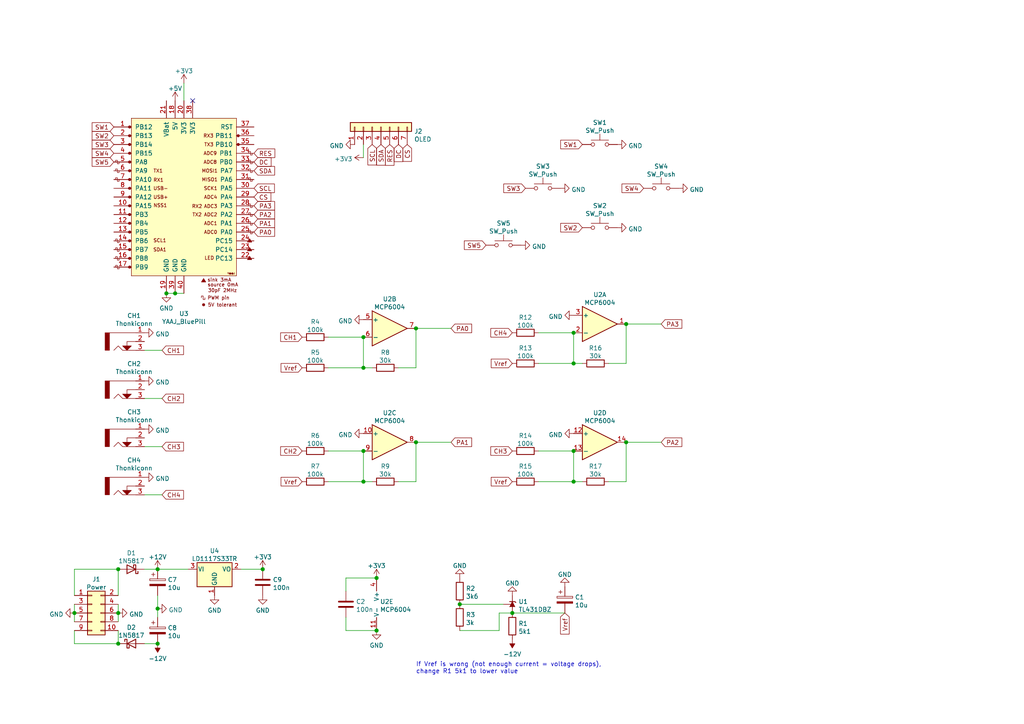
<source format=kicad_sch>
(kicad_sch (version 20210126) (generator eeschema)
  (paper "A4")
  (lib_symbols
    (symbol "Amplifier_Operational:MCP6004" (pin_names (offset 0.127))
      (property "Reference" "U" (at 0 5.08 0))
      (property "Value" "MCP6004" (at 0 -5.08 0))
      (symbol "MCP6004_1_1"
        (polyline (pts (xy -5.08 5.08) (xy 5.08 0) (xy -5.08 -5.08) (xy -5.08 5.08)) (stroke (width 0.254)) (fill (type background)))
        (pin output line (at 7.62 0 180) (length 2.54) (name "~") (number "1"))
        (pin input line (at -7.62 -2.54 0) (length 2.54) (name "-") (number "2"))
        (pin input line (at -7.62 2.54 0) (length 2.54) (name "+") (number "3"))
      )
      (symbol "MCP6004_2_1"
        (polyline (pts (xy -5.08 5.08) (xy 5.08 0) (xy -5.08 -5.08) (xy -5.08 5.08)) (stroke (width 0.254)) (fill (type background)))
        (pin input line (at -7.62 2.54 0) (length 2.54) (name "+") (number "5"))
        (pin input line (at -7.62 -2.54 0) (length 2.54) (name "-") (number "6"))
        (pin output line (at 7.62 0 180) (length 2.54) (name "~") (number "7"))
      )
      (symbol "MCP6004_3_1"
        (polyline (pts (xy -5.08 5.08) (xy 5.08 0) (xy -5.08 -5.08) (xy -5.08 5.08)) (stroke (width 0.254)) (fill (type background)))
        (pin input line (at -7.62 2.54 0) (length 2.54) (name "+") (number "10"))
        (pin output line (at 7.62 0 180) (length 2.54) (name "~") (number "8"))
        (pin input line (at -7.62 -2.54 0) (length 2.54) (name "-") (number "9"))
      )
      (symbol "MCP6004_4_1"
        (polyline (pts (xy -5.08 5.08) (xy 5.08 0) (xy -5.08 -5.08) (xy -5.08 5.08)) (stroke (width 0.254)) (fill (type background)))
        (pin input line (at -7.62 2.54 0) (length 2.54) (name "+") (number "12"))
        (pin input line (at -7.62 -2.54 0) (length 2.54) (name "-") (number "13"))
        (pin output line (at 7.62 0 180) (length 2.54) (name "~") (number "14"))
      )
      (symbol "MCP6004_5_1"
        (pin power_in line (at -2.54 -7.62 90) (length 3.81) (name "V-") (number "11"))
        (pin power_in line (at -2.54 7.62 270) (length 3.81) (name "V+") (number "4"))
      )
    )
    (symbol "Connector_Generic:Conn_01x07" (pin_names (offset 1.016) hide)
      (property "Reference" "J" (at 0 10.16 0))
      (property "Value" "Conn_01x07" (at 0 -10.16 0))
      (symbol "Conn_01x07_1_1"
        (rectangle (start -1.27 -7.493) (end 0 -7.747) (stroke (width 0.1524)))
        (rectangle (start -1.27 -4.953) (end 0 -5.207) (stroke (width 0.1524)))
        (rectangle (start -1.27 -2.413) (end 0 -2.667) (stroke (width 0.1524)))
        (rectangle (start -1.27 0.127) (end 0 -0.127) (stroke (width 0.1524)))
        (rectangle (start -1.27 2.667) (end 0 2.413) (stroke (width 0.1524)))
        (rectangle (start -1.27 5.207) (end 0 4.953) (stroke (width 0.1524)))
        (rectangle (start -1.27 7.747) (end 0 7.493) (stroke (width 0.1524)))
        (rectangle (start -1.27 8.89) (end 1.27 -8.89) (stroke (width 0.254)) (fill (type background)))
        (pin passive line (at -5.08 7.62 0) (length 3.81) (name "Pin_1") (number "1"))
        (pin passive line (at -5.08 5.08 0) (length 3.81) (name "Pin_2") (number "2"))
        (pin passive line (at -5.08 2.54 0) (length 3.81) (name "Pin_3") (number "3"))
        (pin passive line (at -5.08 0 0) (length 3.81) (name "Pin_4") (number "4"))
        (pin passive line (at -5.08 -2.54 0) (length 3.81) (name "Pin_5") (number "5"))
        (pin passive line (at -5.08 -5.08 0) (length 3.81) (name "Pin_6") (number "6"))
        (pin passive line (at -5.08 -7.62 0) (length 3.81) (name "Pin_7") (number "7"))
      )
    )
    (symbol "Connector_Generic:Conn_02x05_Odd_Even" (pin_names (offset 1.016) hide)
      (property "Reference" "J" (at 1.27 7.62 0))
      (property "Value" "Conn_02x05_Odd_Even" (at 1.27 -7.62 0))
      (symbol "Conn_02x05_Odd_Even_1_1"
        (rectangle (start -1.27 -4.953) (end 0 -5.207) (stroke (width 0.1524)))
        (rectangle (start -1.27 -2.413) (end 0 -2.667) (stroke (width 0.1524)))
        (rectangle (start -1.27 0.127) (end 0 -0.127) (stroke (width 0.1524)))
        (rectangle (start -1.27 2.667) (end 0 2.413) (stroke (width 0.1524)))
        (rectangle (start -1.27 5.207) (end 0 4.953) (stroke (width 0.1524)))
        (rectangle (start 3.81 -4.953) (end 2.54 -5.207) (stroke (width 0.1524)))
        (rectangle (start 3.81 -2.413) (end 2.54 -2.667) (stroke (width 0.1524)))
        (rectangle (start 3.81 0.127) (end 2.54 -0.127) (stroke (width 0.1524)))
        (rectangle (start 3.81 2.667) (end 2.54 2.413) (stroke (width 0.1524)))
        (rectangle (start 3.81 5.207) (end 2.54 4.953) (stroke (width 0.1524)))
        (rectangle (start -1.27 6.35) (end 3.81 -6.35) (stroke (width 0.254)) (fill (type background)))
        (pin passive line (at -5.08 5.08 0) (length 3.81) (name "Pin_1") (number "1"))
        (pin passive line (at 7.62 -5.08 180) (length 3.81) (name "Pin_10") (number "10"))
        (pin passive line (at 7.62 5.08 180) (length 3.81) (name "Pin_2") (number "2"))
        (pin passive line (at -5.08 2.54 0) (length 3.81) (name "Pin_3") (number "3"))
        (pin passive line (at 7.62 2.54 180) (length 3.81) (name "Pin_4") (number "4"))
        (pin passive line (at -5.08 0 0) (length 3.81) (name "Pin_5") (number "5"))
        (pin passive line (at 7.62 0 180) (length 3.81) (name "Pin_6") (number "6"))
        (pin passive line (at -5.08 -2.54 0) (length 3.81) (name "Pin_7") (number "7"))
        (pin passive line (at 7.62 -2.54 180) (length 3.81) (name "Pin_8") (number "8"))
        (pin passive line (at -5.08 -5.08 0) (length 3.81) (name "Pin_9") (number "9"))
      )
    )
    (symbol "Device:C" (pin_numbers hide) (pin_names (offset 0.254))
      (property "Reference" "C" (at 0.635 2.54 0))
      (property "Value" "C" (at 0.635 -2.54 0))
      (symbol "C_0_1"
        (polyline (pts (xy -2.032 -0.762) (xy 2.032 -0.762)) (stroke (width 0.508)))
        (polyline (pts (xy -2.032 0.762) (xy 2.032 0.762)) (stroke (width 0.508)))
      )
      (symbol "C_1_1"
        (pin passive line (at 0 3.81 270) (length 2.794) (name "~") (number "1"))
        (pin passive line (at 0 -3.81 90) (length 2.794) (name "~") (number "2"))
      )
    )
    (symbol "Device:C_Polarized" (pin_numbers hide) (pin_names (offset 0.254))
      (property "Reference" "C" (at 0.635 2.54 0))
      (property "Value" "C_Polarized" (at 0.635 -2.54 0))
      (symbol "C_Polarized_0_1"
        (rectangle (start -2.286 0.508) (end 2.286 1.016))
        (rectangle (start 2.286 -0.508) (end -2.286 -1.016) (fill (type outline)))
        (polyline (pts (xy -1.778 2.286) (xy -0.762 2.286)))
        (polyline (pts (xy -1.27 2.794) (xy -1.27 1.778)))
      )
      (symbol "C_Polarized_1_1"
        (pin passive line (at 0 3.81 270) (length 2.794) (name "~") (number "1"))
        (pin passive line (at 0 -3.81 90) (length 2.794) (name "~") (number "2"))
      )
    )
    (symbol "Device:R" (pin_numbers hide) (pin_names (offset 0))
      (property "Reference" "R" (at 2.032 0 90))
      (property "Value" "R" (at 0 0 90))
      (symbol "R_0_1"
        (rectangle (start -1.016 -2.54) (end 1.016 2.54) (stroke (width 0.254)))
      )
      (symbol "R_1_1"
        (pin passive line (at 0 3.81 270) (length 1.27) (name "~") (number "1"))
        (pin passive line (at 0 -3.81 90) (length 1.27) (name "~") (number "2"))
      )
    )
    (symbol "Diode:1N5817" (pin_numbers hide) (pin_names (offset 1.016) hide)
      (property "Reference" "D" (at 0 2.54 0))
      (property "Value" "1N5817" (at 0 -2.54 0))
      (symbol "1N5817_0_1"
        (polyline (pts (xy 1.27 0) (xy -1.27 0)))
        (polyline (pts (xy 1.27 1.27) (xy 1.27 -1.27) (xy -1.27 0) (xy 1.27 1.27)) (stroke (width 0.254)))
        (polyline (pts (xy -1.905 0.635) (xy -1.905 1.27) (xy -1.27 1.27) (xy -1.27 -1.27) (xy -0.635 -1.27) (xy -0.635 -0.635)) (stroke (width 0.254)))
      )
      (symbol "1N5817_1_1"
        (pin passive line (at -3.81 0 0) (length 2.54) (name "K") (number "1"))
        (pin passive line (at 3.81 0 180) (length 2.54) (name "A") (number "2"))
      )
    )
    (symbol "Reference_Voltage:TL431DBZ" (pin_numbers hide) (pin_names hide)
      (property "Reference" "U" (at -2.54 2.54 0))
      (property "Value" "TL431DBZ" (at 0 -2.54 0))
      (symbol "TL431DBZ_0_1"
        (polyline (pts (xy -1.27 0) (xy 0 0) (xy 1.27 0)))
        (polyline (pts (xy 0.508 -1.016) (xy 0.762 -0.762) (xy 0.762 0.762) (xy 0.762 0.762)) (stroke (width 0.254)))
        (polyline (pts (xy -0.762 0.762) (xy 0.762 0) (xy -0.762 -0.762)) (fill (type outline)))
      )
      (symbol "TL431DBZ_1_1"
        (pin passive line (at 2.54 0 180) (length 2.54) (name "K") (number "1"))
        (pin passive line (at 0 2.54 270) (length 2.54) (name "REF") (number "2"))
        (pin passive line (at -2.54 0 0) (length 2.54) (name "A") (number "3"))
      )
    )
    (symbol "Regulator_Linear:LD1117S33TR_SOT223" (pin_names (offset 0.254))
      (property "Reference" "U" (at -3.81 3.175 0))
      (property "Value" "LD1117S33TR_SOT223" (at 0 3.175 0))
      (symbol "LD1117S33TR_SOT223_0_1"
        (rectangle (start -5.08 -5.08) (end 5.08 1.905) (stroke (width 0.254)) (fill (type background)))
      )
      (symbol "LD1117S33TR_SOT223_1_1"
        (pin power_in line (at 0 -7.62 90) (length 2.54) (name "GND") (number "1"))
        (pin power_out line (at 7.62 0 180) (length 2.54) (name "VO") (number "2"))
        (pin power_in line (at -7.62 0 0) (length 2.54) (name "VI") (number "3"))
      )
    )
    (symbol "Switch:SW_Push" (pin_numbers hide) (pin_names (offset 1.016) hide)
      (property "Reference" "SW" (at 1.27 2.54 0))
      (property "Value" "SW_Push" (at 0 -1.524 0))
      (symbol "SW_Push_0_1"
        (circle (center -2.032 0) (radius 0.508))
        (circle (center 2.032 0) (radius 0.508))
        (polyline (pts (xy 0 1.27) (xy 0 3.048)))
        (polyline (pts (xy 2.54 1.27) (xy -2.54 1.27)))
        (pin passive line (at -5.08 0 0) (length 2.54) (name "1") (number "1"))
        (pin passive line (at 5.08 0 180) (length 2.54) (name "2") (number "2"))
      )
    )
    (symbol "YAAJ_BluePill:YAAJ_BluePill" (pin_names (offset 1.016))
      (property "Reference" "U" (at -13.97 24.13 0))
      (property "Value" "YAAJ_BluePill" (at 0 6.35 90))
      (symbol "YAAJ_BluePill_0_0"
        (circle (center 5.715 -31.242) (radius 0.254))
        (circle (center 5.715 -31.242) (radius 0.3556))
        (circle (center 15.748 15.24) (radius 0.3556))
        (circle (center 15.748 17.78) (radius 0.3556))
        (circle (center -15.748 -20.32) (radius 0.3556) (fill (type outline)))
        (circle (center -15.748 -17.78) (radius 0.3556) (fill (type outline)))
        (circle (center -15.748 -15.24) (radius 0.3556) (fill (type outline)))
        (circle (center -15.748 -12.7) (radius 0.3556) (fill (type outline)))
        (circle (center -15.748 -10.16) (radius 0.3556) (fill (type outline)))
        (circle (center -15.748 -7.62) (radius 0.3556) (fill (type outline)))
        (circle (center -15.748 -5.08) (radius 0.3556) (fill (type outline)))
        (circle (center -15.748 -2.54) (radius 0.3556) (fill (type outline)))
        (circle (center -15.748 0) (radius 0.3556) (fill (type outline)))
        (circle (center -15.748 2.54) (radius 0.3556) (fill (type outline)))
        (circle (center -15.748 5.08) (radius 0.3556) (fill (type outline)))
        (circle (center -15.748 7.62) (radius 0.3556) (fill (type outline)))
        (circle (center -15.748 10.16) (radius 0.3556) (fill (type outline)))
        (circle (center -15.748 12.7) (radius 0.3556) (fill (type outline)))
        (circle (center -15.748 15.24) (radius 0.3556) (fill (type outline)))
        (circle (center -15.748 20.32) (radius 0.3556) (fill (type outline)))
        (circle (center 5.715 -31.242) (radius 0.127) (fill (type outline)))
        (circle (center 15.748 15.24) (radius 0.254) (fill (type outline)))
        (circle (center 15.748 17.78) (radius 0.254) (fill (type outline)))
        (text "30pF 2MHz" (at 11.176 -27.051 0) (effects (font (size 0.9906 0.9906))))
        (text "5V tolerant" (at 11.176 -31.242 0) (effects (font (size 0.9906 0.9906))))
        (text "ADC0" (at 7.747 -10.16 0) (effects (font (size 0.9906 0.9906))))
        (text "ADC1" (at 7.747 -7.62 0) (effects (font (size 0.9906 0.9906))))
        (text "ADC2" (at 7.747 -5.08 0) (effects (font (size 0.9906 0.9906))))
        (text "ADC3" (at 7.747 -2.667 0) (effects (font (size 0.9906 0.9906))))
        (text "ADC4" (at 7.747 0 0) (effects (font (size 0.9906 0.9906))))
        (text "ADC8" (at 7.62 10.16 0) (effects (font (size 0.9906 0.9906))))
        (text "ADC9" (at 7.62 12.7 0) (effects (font (size 0.9906 0.9906))))
        (text "LED" (at 7.366 -17.653 0) (effects (font (size 0.9906 0.9906))))
        (text "MISO1" (at 7.493 5.08 0) (effects (font (size 0.9906 0.9906))))
        (text "MOSI1" (at 7.493 7.62 0) (effects (font (size 0.9906 0.9906))))
        (text "NSS1" (at -6.858 -2.413 0) (effects (font (size 0.9906 0.9906))))
        (text "PWM pin" (at 10.033 -29.21 0) (effects (font (size 0.9906 0.9906))))
        (text "RX1" (at -7.366 4.953 0) (effects (font (size 0.9906 0.9906))))
        (text "RX2" (at 3.81 -2.667 0) (effects (font (size 0.9906 0.9906))))
        (text "RX3" (at 7.112 17.78 0) (effects (font (size 0.9906 0.9906))))
        (text "SCK1" (at 7.747 2.54 0) (effects (font (size 0.9906 0.9906))))
        (text "SCL1" (at -6.985 -12.573 0) (effects (font (size 0.9906 0.9906))))
        (text "SDA1" (at -6.985 -15.24 0) (effects (font (size 0.9906 0.9906))))
        (text "sink 3mA" (at 10.287 -24.003 0) (effects (font (size 0.9906 0.9906))))
        (text "source 0mA" (at 11.303 -25.4 0) (effects (font (size 0.9906 0.9906))))
        (text "TX1" (at -7.493 7.62 0) (effects (font (size 0.9906 0.9906))))
        (text "TX2" (at 3.81 -5.08 0) (effects (font (size 0.9906 0.9906))))
        (text "TX3" (at 7.239 15.24 0) (effects (font (size 0.9906 0.9906))))
        (text "USB+" (at -6.731 0 0) (effects (font (size 0.9906 0.9906))))
        (text "USB-" (at -6.731 2.54 0) (effects (font (size 0.9906 0.9906))))
        (text "Y@@J" (at 13.6906 -22.1488 0) (effects (font (size 0.508 0.508))))
        (polyline (pts (xy 5.08 -24.638) (xy 5.715 -23.622) (xy 6.35 -24.638) (xy 5.08 -24.638) (xy 5.715 -23.749) (xy 6.223 -24.638) (xy 5.207 -24.511) (xy 5.715 -23.876) (xy 6.096 -24.638) (xy 5.334 -24.384) (xy 5.842 -24.003) (xy 5.969 -24.638) (xy 5.461 -24.257) (xy 5.969 -24.13) (xy 5.842 -24.511) (xy 5.588 -24.257) (xy 5.842 -24.384) (xy 5.715 -24.13)))
        (polyline (pts (xy 18.415 -18.161) (xy 19.05 -17.145) (xy 19.685 -18.161) (xy 18.415 -18.161) (xy 19.05 -17.272) (xy 19.558 -18.161) (xy 18.542 -18.034) (xy 19.05 -17.399) (xy 19.431 -18.161) (xy 18.669 -17.907) (xy 19.177 -17.526) (xy 19.304 -18.161) (xy 18.796 -17.78) (xy 19.304 -17.653) (xy 19.177 -18.034) (xy 18.923 -17.78) (xy 19.177 -17.907) (xy 19.05 -17.653)))
        (polyline (pts (xy 18.415 -15.621) (xy 19.05 -14.605) (xy 19.685 -15.621) (xy 18.415 -15.621) (xy 19.05 -14.732) (xy 19.558 -15.621) (xy 18.542 -15.494) (xy 19.05 -14.859) (xy 19.431 -15.621) (xy 18.669 -15.367) (xy 19.177 -14.986) (xy 19.304 -15.621) (xy 18.796 -15.24) (xy 19.304 -15.113) (xy 19.177 -15.494) (xy 18.923 -15.24) (xy 19.177 -15.367) (xy 19.05 -15.113)))
        (polyline (pts (xy 18.415 -13.081) (xy 19.05 -12.065) (xy 19.685 -13.081) (xy 18.415 -13.081) (xy 19.05 -12.192) (xy 19.558 -13.081) (xy 18.542 -12.954) (xy 19.05 -12.319) (xy 19.431 -13.081) (xy 18.669 -12.827) (xy 19.177 -12.446) (xy 19.304 -13.081) (xy 18.796 -12.7) (xy 19.304 -12.573) (xy 19.177 -12.954) (xy 18.923 -12.7) (xy 19.177 -12.827) (xy 19.05 -12.573)))
      )
      (symbol "YAAJ_BluePill_0_1"
        (rectangle (start -15.24 22.86) (end 15.24 -22.86) (fill (type background)))
        (polyline (pts (xy -18.796 -20.32) (xy -18.796 -20.828) (xy -19.304 -20.828) (xy -19.304 -19.812) (xy -19.812 -19.812) (xy -19.812 -20.32)))
        (polyline (pts (xy -18.796 -17.78) (xy -18.796 -18.288) (xy -19.304 -18.288) (xy -19.304 -17.272) (xy -19.812 -17.272) (xy -19.812 -17.78)))
        (polyline (pts (xy -18.796 -15.24) (xy -18.796 -15.748) (xy -19.304 -15.748) (xy -19.304 -14.732) (xy -19.812 -14.732) (xy -19.812 -15.24)))
        (polyline (pts (xy -18.796 -12.7) (xy -18.796 -13.208) (xy -19.304 -13.208) (xy -19.304 -12.192) (xy -19.812 -12.192) (xy -19.812 -12.7)))
        (polyline (pts (xy -18.796 5.08) (xy -18.796 4.572) (xy -19.304 4.572) (xy -19.304 5.588) (xy -19.812 5.588) (xy -19.812 5.08)))
        (polyline (pts (xy -18.796 7.62) (xy -18.796 7.112) (xy -19.304 7.112) (xy -19.304 8.128) (xy -19.812 8.128) (xy -19.812 7.62)))
        (polyline (pts (xy -18.796 10.16) (xy -18.796 9.652) (xy -19.304 9.652) (xy -19.304 10.668) (xy -19.812 10.668) (xy -19.812 10.16)))
        (polyline (pts (xy 6.096 -29.21) (xy 6.096 -29.718) (xy 5.588 -29.718) (xy 5.588 -28.702) (xy 5.08 -28.702) (xy 5.08 -29.21)))
        (polyline (pts (xy 19.812 -10.16) (xy 19.812 -10.668) (xy 19.304 -10.668) (xy 19.304 -9.652) (xy 18.796 -9.652) (xy 18.796 -10.16)))
        (polyline (pts (xy 19.812 -7.62) (xy 19.812 -8.128) (xy 19.304 -8.128) (xy 19.304 -7.112) (xy 18.796 -7.112) (xy 18.796 -7.62)))
        (polyline (pts (xy 19.812 -5.08) (xy 19.812 -5.588) (xy 19.304 -5.588) (xy 19.304 -4.572) (xy 18.796 -4.572) (xy 18.796 -5.08)))
        (polyline (pts (xy 19.812 -2.54) (xy 19.812 -3.048) (xy 19.304 -3.048) (xy 19.304 -2.032) (xy 18.796 -2.032) (xy 18.796 -2.54)))
        (polyline (pts (xy 19.812 5.08) (xy 19.812 4.572) (xy 19.304 4.572) (xy 19.304 5.588) (xy 18.796 5.588) (xy 18.796 5.08)))
        (polyline (pts (xy 19.812 7.62) (xy 19.812 7.112) (xy 19.304 7.112) (xy 19.304 8.128) (xy 18.796 8.128) (xy 18.796 7.62)))
        (polyline (pts (xy 19.812 10.16) (xy 19.812 9.652) (xy 19.304 9.652) (xy 19.304 10.668) (xy 18.796 10.668) (xy 18.796 10.16)))
        (polyline (pts (xy 19.812 12.7) (xy 19.812 12.192) (xy 19.304 12.192) (xy 19.304 13.208) (xy 18.796 13.208) (xy 18.796 12.7)))
      )
      (symbol "YAAJ_BluePill_1_1"
        (circle (center -15.748 17.78) (radius 0.3556) (fill (type outline)))
        (pin bidirectional line (at -20.32 20.32 0) (length 5.08) (name "PB12") (number "1"))
        (pin bidirectional line (at -20.32 -2.54 0) (length 5.08) (name "PA15") (number "10"))
        (pin bidirectional line (at -20.32 -5.08 0) (length 5.08) (name "PB3") (number "11"))
        (pin bidirectional line (at -20.32 -7.62 0) (length 5.08) (name "PB4") (number "12"))
        (pin bidirectional line (at -20.32 -10.16 0) (length 5.08) (name "PB5") (number "13"))
        (pin bidirectional line (at -20.32 -12.7 0) (length 5.08) (name "PB6") (number "14"))
        (pin bidirectional line (at -20.32 -15.24 0) (length 5.08) (name "PB7") (number "15"))
        (pin bidirectional line (at -20.32 -17.78 0) (length 5.08) (name "PB8") (number "16"))
        (pin bidirectional line (at -20.32 -20.32 0) (length 5.08) (name "PB9") (number "17"))
        (pin power_in line (at -2.54 27.94 270) (length 5.08) (name "5V") (number "18"))
        (pin power_in line (at -5.08 -27.94 90) (length 5.08) (name "GND") (number "19"))
        (pin bidirectional line (at -20.32 17.78 0) (length 5.08) (name "PB13") (number "2"))
        (pin power_in line (at 0 27.94 270) (length 5.08) (name "3V3") (number "20"))
        (pin power_in line (at -5.08 27.94 270) (length 5.08) (name "VBat") (number "21"))
        (pin bidirectional line (at 20.32 -17.78 180) (length 5.08) (name "PC13") (number "22"))
        (pin bidirectional line (at 20.32 -15.24 180) (length 5.08) (name "PC14") (number "23"))
        (pin bidirectional line (at 20.32 -12.7 180) (length 5.08) (name "PC15") (number "24"))
        (pin bidirectional line (at 20.32 -10.16 180) (length 5.08) (name "PA0") (number "25"))
        (pin bidirectional line (at 20.32 -7.62 180) (length 5.08) (name "PA1") (number "26"))
        (pin bidirectional line (at 20.32 -5.08 180) (length 5.08) (name "PA2") (number "27"))
        (pin bidirectional line (at 20.32 -2.54 180) (length 5.08) (name "PA3") (number "28"))
        (pin bidirectional line (at 20.32 0 180) (length 5.08) (name "PA4") (number "29"))
        (pin bidirectional line (at -20.32 15.24 0) (length 5.08) (name "PB14") (number "3"))
        (pin bidirectional line (at 20.32 2.54 180) (length 5.08) (name "PA5") (number "30"))
        (pin bidirectional line (at 20.32 5.08 180) (length 5.08) (name "PA6") (number "31"))
        (pin bidirectional line (at 20.32 7.62 180) (length 5.08) (name "PA7") (number "32"))
        (pin bidirectional line (at 20.32 10.16 180) (length 5.08) (name "PB0") (number "33"))
        (pin bidirectional line (at 20.32 12.7 180) (length 5.08) (name "PB1") (number "34"))
        (pin bidirectional line (at 20.32 15.24 180) (length 5.08) (name "PB10") (number "35"))
        (pin bidirectional line (at 20.32 17.78 180) (length 5.08) (name "PB11") (number "36"))
        (pin input line (at 20.32 20.32 180) (length 5.08) (name "RST") (number "37"))
        (pin power_in line (at 2.54 27.94 270) (length 5.08) (name "3V3") (number "38"))
        (pin power_in line (at -2.54 -27.94 90) (length 5.08) (name "GND") (number "39"))
        (pin bidirectional line (at -20.32 12.7 0) (length 5.08) (name "PB15") (number "4"))
        (pin power_in line (at 0 -27.94 90) (length 5.08) (name "GND") (number "40"))
        (pin bidirectional line (at -20.32 10.16 0) (length 5.08) (name "PA8") (number "5"))
        (pin bidirectional line (at -20.32 7.62 0) (length 5.08) (name "PA9") (number "6"))
        (pin bidirectional line (at -20.32 5.08 0) (length 5.08) (name "PA10") (number "7"))
        (pin bidirectional line (at -20.32 2.54 0) (length 5.08) (name "PA11") (number "8"))
        (pin bidirectional line (at -20.32 0 0) (length 5.08) (name "PA12") (number "9"))
      )
    )
    (symbol "nathans_symbols:Thonkiconn"
      (property "Reference" "U" (at -2.54 7.62 0))
      (property "Value" "Thonkiconn" (at -2.54 5.08 0))
      (symbol "Thonkiconn_0_1"
        (rectangle (start -11.43 2.54) (end -10.16 -2.54) (stroke (width 0.1524)) (fill (type outline)))
        (polyline (pts (xy -2.54 2.54) (xy -10.16 2.54)) (stroke (width 0.1524)))
        (polyline (pts (xy -2.54 0) (xy -5.08 0) (xy -5.08 -2.54)) (stroke (width 0.1524)))
        (polyline (pts (xy -2.54 -2.54) (xy -6.35 -2.54) (xy -7.62 -1.27) (xy -8.89 -2.54)) (stroke (width 0.1524)))
        (polyline (pts (xy -5.08 -2.54) (xy -6.35 -1.27) (xy -3.81 -1.27) (xy -5.08 -2.54)) (stroke (width 0.1524)) (fill (type outline)))
      )
      (symbol "Thonkiconn_1_1"
        (pin passive line (at 0 2.54 180) (length 2.54) (name "") (number "1"))
        (pin passive line (at 0 0 180) (length 2.54) (name "") (number "2"))
        (pin passive line (at 0 -2.54 180) (length 2.54) (name "") (number "3"))
      )
    )
    (symbol "power:+12V" (power) (pin_names (offset 0))
      (property "Value" "+12V" (at 0 3.556 0))
      (symbol "+12V_0_1"
        (polyline (pts (xy -0.762 1.27) (xy 0 2.54)))
        (polyline (pts (xy 0 0) (xy 0 2.54)))
        (polyline (pts (xy 0 2.54) (xy 0.762 1.27)))
      )
      (symbol "+12V_1_1"
        (pin power_in line (at 0 0 90) (length 0) hide (name "+12V") (number "1"))
      )
    )
    (symbol "power:+3V3" (power) (pin_names (offset 0))
      (property "Value" "+3V3" (at 0 3.556 0))
      (symbol "+3V3_0_1"
        (polyline (pts (xy -0.762 1.27) (xy 0 2.54)))
        (polyline (pts (xy 0 0) (xy 0 2.54)))
        (polyline (pts (xy 0 2.54) (xy 0.762 1.27)))
      )
      (symbol "+3V3_1_1"
        (pin power_in line (at 0 0 90) (length 0) hide (name "+3V3") (number "1"))
      )
    )
    (symbol "power:+5V" (power) (pin_names (offset 0))
      (property "Value" "+5V" (at 0 3.556 0))
      (symbol "+5V_0_1"
        (polyline (pts (xy -0.762 1.27) (xy 0 2.54)))
        (polyline (pts (xy 0 0) (xy 0 2.54)))
        (polyline (pts (xy 0 2.54) (xy 0.762 1.27)))
      )
      (symbol "+5V_1_1"
        (pin power_in line (at 0 0 90) (length 0) hide (name "+5V") (number "1"))
      )
    )
    (symbol "power:-12V" (power) (pin_names (offset 0))
      (property "Value" "-12V" (at 0 3.81 0))
      (symbol "-12V_0_0"
        (pin power_in line (at 0 0 90) (length 0) hide (name "-12V") (number "1"))
      )
      (symbol "-12V_0_1"
        (polyline (pts (xy 0 0) (xy 0 1.27) (xy 0.762 1.27) (xy 0 2.54) (xy -0.762 1.27) (xy 0 1.27)) (fill (type outline)))
      )
    )
    (symbol "power:GND" (power) (pin_names (offset 0))
      (property "Value" "GND" (at 0 -3.81 0))
      (symbol "GND_0_1"
        (polyline (pts (xy 0 0) (xy 0 -1.27) (xy 1.27 -1.27) (xy 0 -2.54) (xy -1.27 -1.27) (xy 0 -1.27)))
      )
      (symbol "GND_1_1"
        (pin power_in line (at 0 0 270) (length 0) hide (name "GND") (number "1"))
      )
    )
  )
  (junction (at 21.59 177.8) (diameter 1.016))
  (junction (at 34.29 165.1) (diameter 1.016))
  (junction (at 34.29 177.8) (diameter 1.016))
  (junction (at 34.29 186.69) (diameter 1.016))
  (junction (at 45.72 165.1) (diameter 1.016))
  (junction (at 45.72 176.53) (diameter 1.016))
  (junction (at 45.72 186.69) (diameter 1.016))
  (junction (at 48.26 85.09) (diameter 1.016))
  (junction (at 50.8 85.09) (diameter 1.016))
  (junction (at 76.2 165.1) (diameter 1.016))
  (junction (at 105.41 97.79) (diameter 1.016))
  (junction (at 105.41 106.68) (diameter 1.016))
  (junction (at 105.41 130.81) (diameter 1.016))
  (junction (at 105.41 139.7) (diameter 1.016))
  (junction (at 109.22 167.64) (diameter 1.016))
  (junction (at 109.22 182.88) (diameter 1.016))
  (junction (at 120.65 95.25) (diameter 1.016))
  (junction (at 120.65 128.27) (diameter 1.016))
  (junction (at 133.35 175.26) (diameter 1.016))
  (junction (at 148.59 177.8) (diameter 1.016))
  (junction (at 166.37 96.52) (diameter 1.016))
  (junction (at 166.37 105.41) (diameter 1.016))
  (junction (at 166.37 130.81) (diameter 1.016))
  (junction (at 166.37 139.7) (diameter 1.016))
  (junction (at 181.61 93.98) (diameter 1.016))
  (junction (at 181.61 128.27) (diameter 1.016))
  (no_connect (at 55.88 29.21))
  (wire (pts (xy 21.59 165.1) (xy 34.29 165.1)))
  (wire (pts (xy 21.59 172.72) (xy 21.59 165.1)))
  (wire (pts (xy 21.59 175.26) (xy 21.59 177.8)))
  (wire (pts (xy 21.59 177.8) (xy 21.59 180.34)))
  (wire (pts (xy 21.59 182.88) (xy 21.59 186.69)))
  (wire (pts (xy 21.59 186.69) (xy 34.29 186.69)))
  (wire (pts (xy 34.29 172.72) (xy 34.29 165.1)))
  (wire (pts (xy 34.29 175.26) (xy 34.29 177.8)))
  (wire (pts (xy 34.29 177.8) (xy 34.29 180.34)))
  (wire (pts (xy 34.29 186.69) (xy 34.29 182.88)))
  (wire (pts (xy 41.91 101.6) (xy 46.99 101.6)))
  (wire (pts (xy 41.91 115.57) (xy 46.99 115.57)))
  (wire (pts (xy 41.91 129.54) (xy 46.99 129.54)))
  (wire (pts (xy 41.91 143.51) (xy 46.99 143.51)))
  (wire (pts (xy 41.91 165.1) (xy 45.72 165.1)))
  (wire (pts (xy 41.91 186.69) (xy 45.72 186.69)))
  (wire (pts (xy 45.72 165.1) (xy 54.61 165.1)))
  (wire (pts (xy 45.72 172.72) (xy 45.72 176.53)))
  (wire (pts (xy 45.72 176.53) (xy 45.72 179.07)))
  (wire (pts (xy 48.26 85.09) (xy 50.8 85.09)))
  (wire (pts (xy 50.8 85.09) (xy 53.34 85.09)))
  (wire (pts (xy 53.34 24.13) (xy 53.34 29.21)))
  (wire (pts (xy 69.85 165.1) (xy 76.2 165.1)))
  (wire (pts (xy 95.25 97.79) (xy 105.41 97.79)))
  (wire (pts (xy 95.25 106.68) (xy 105.41 106.68)))
  (wire (pts (xy 95.25 130.81) (xy 105.41 130.81)))
  (wire (pts (xy 95.25 139.7) (xy 105.41 139.7)))
  (wire (pts (xy 100.33 167.64) (xy 109.22 167.64)))
  (wire (pts (xy 100.33 171.45) (xy 100.33 167.64)))
  (wire (pts (xy 100.33 179.07) (xy 100.33 182.88)))
  (wire (pts (xy 100.33 182.88) (xy 109.22 182.88)))
  (wire (pts (xy 105.41 41.91) (xy 105.41 45.72)))
  (wire (pts (xy 105.41 106.68) (xy 105.41 97.79)))
  (wire (pts (xy 105.41 139.7) (xy 105.41 130.81)))
  (wire (pts (xy 107.95 106.68) (xy 105.41 106.68)))
  (wire (pts (xy 107.95 139.7) (xy 105.41 139.7)))
  (wire (pts (xy 115.57 106.68) (xy 120.65 106.68)))
  (wire (pts (xy 115.57 139.7) (xy 120.65 139.7)))
  (wire (pts (xy 120.65 95.25) (xy 130.81 95.25)))
  (wire (pts (xy 120.65 106.68) (xy 120.65 95.25)))
  (wire (pts (xy 120.65 128.27) (xy 130.81 128.27)))
  (wire (pts (xy 120.65 139.7) (xy 120.65 128.27)))
  (wire (pts (xy 133.35 175.26) (xy 146.05 175.26)))
  (wire (pts (xy 133.35 182.88) (xy 144.78 182.88)))
  (wire (pts (xy 144.78 177.8) (xy 148.59 177.8)))
  (wire (pts (xy 144.78 182.88) (xy 144.78 177.8)))
  (wire (pts (xy 148.59 177.8) (xy 163.83 177.8)))
  (wire (pts (xy 156.21 96.52) (xy 166.37 96.52)))
  (wire (pts (xy 156.21 105.41) (xy 166.37 105.41)))
  (wire (pts (xy 156.21 130.81) (xy 166.37 130.81)))
  (wire (pts (xy 156.21 139.7) (xy 166.37 139.7)))
  (wire (pts (xy 166.37 105.41) (xy 166.37 96.52)))
  (wire (pts (xy 166.37 139.7) (xy 166.37 130.81)))
  (wire (pts (xy 168.91 105.41) (xy 166.37 105.41)))
  (wire (pts (xy 168.91 139.7) (xy 166.37 139.7)))
  (wire (pts (xy 176.53 105.41) (xy 181.61 105.41)))
  (wire (pts (xy 176.53 139.7) (xy 181.61 139.7)))
  (wire (pts (xy 181.61 93.98) (xy 191.77 93.98)))
  (wire (pts (xy 181.61 105.41) (xy 181.61 93.98)))
  (wire (pts (xy 181.61 128.27) (xy 191.77 128.27)))
  (wire (pts (xy 181.61 139.7) (xy 181.61 128.27)))
  (text "If Vref is wrong (not enough current = voltage drops),\nchange R1 5k1 to lower value" (at 120.65 195.58 0) (effects (font (size 1.27 1.27)) (justify left bottom)))
  (global_label "SW1" (shape input) (at 33.02 36.83 180) (property "Intersheet References" "${INTERSHEET_REFS}" (effects hide)))
  (global_label "SW2" (shape input) (at 33.02 39.37 180) (property "Intersheet References" "${INTERSHEET_REFS}" (effects hide)))
  (global_label "SW3" (shape input) (at 33.02 41.91 180) (property "Intersheet References" "${INTERSHEET_REFS}" (effects hide)))
  (global_label "SW4" (shape input) (at 33.02 44.45 180) (property "Intersheet References" "${INTERSHEET_REFS}" (effects hide)))
  (global_label "SW5" (shape input) (at 33.02 46.99 180) (property "Intersheet References" "${INTERSHEET_REFS}" (effects hide)))
  (global_label "CH1" (shape input) (at 46.99 101.6 0) (property "Intersheet References" "${INTERSHEET_REFS}" (effects hide)))
  (global_label "CH2" (shape input) (at 46.99 115.57 0) (property "Intersheet References" "${INTERSHEET_REFS}" (effects hide)))
  (global_label "CH3" (shape input) (at 46.99 129.54 0) (property "Intersheet References" "${INTERSHEET_REFS}" (effects hide)))
  (global_label "CH4" (shape input) (at 46.99 143.51 0) (property "Intersheet References" "${INTERSHEET_REFS}" (effects hide)))
  (global_label "RES" (shape input) (at 73.66 44.45 0) (property "Intersheet References" "${INTERSHEET_REFS}" (effects hide)))
  (global_label "DC" (shape input) (at 73.66 46.99 0) (property "Intersheet References" "${INTERSHEET_REFS}" (effects hide)))
  (global_label "SDA" (shape input) (at 73.66 49.53 0) (property "Intersheet References" "${INTERSHEET_REFS}" (effects hide)))
  (global_label "SCL" (shape input) (at 73.66 54.61 0) (property "Intersheet References" "${INTERSHEET_REFS}" (effects hide)))
  (global_label "CS" (shape input) (at 73.66 57.15 0) (property "Intersheet References" "${INTERSHEET_REFS}" (effects hide)))
  (global_label "PA3" (shape input) (at 73.66 59.69 0) (property "Intersheet References" "${INTERSHEET_REFS}" (effects hide)))
  (global_label "PA2" (shape input) (at 73.66 62.23 0) (property "Intersheet References" "${INTERSHEET_REFS}" (effects hide)))
  (global_label "PA1" (shape input) (at 73.66 64.77 0) (property "Intersheet References" "${INTERSHEET_REFS}" (effects hide)))
  (global_label "PA0" (shape input) (at 73.66 67.31 0) (property "Intersheet References" "${INTERSHEET_REFS}" (effects hide)))
  (global_label "CH1" (shape input) (at 87.63 97.79 180) (property "Intersheet References" "${INTERSHEET_REFS}" (effects hide)))
  (global_label "Vref" (shape input) (at 87.63 106.68 180) (property "Intersheet References" "${INTERSHEET_REFS}" (effects hide)))
  (global_label "CH2" (shape input) (at 87.63 130.81 180) (property "Intersheet References" "${INTERSHEET_REFS}" (effects hide)))
  (global_label "Vref" (shape input) (at 87.63 139.7 180) (property "Intersheet References" "${INTERSHEET_REFS}" (effects hide)))
  (global_label "SCL" (shape input) (at 107.95 41.91 270) (property "Intersheet References" "${INTERSHEET_REFS}" (effects hide)))
  (global_label "SDA" (shape input) (at 110.49 41.91 270) (property "Intersheet References" "${INTERSHEET_REFS}" (effects hide)))
  (global_label "RES" (shape input) (at 113.03 41.91 270) (property "Intersheet References" "${INTERSHEET_REFS}" (effects hide)))
  (global_label "DC" (shape input) (at 115.57 41.91 270) (property "Intersheet References" "${INTERSHEET_REFS}" (effects hide)))
  (global_label "CS" (shape input) (at 118.11 41.91 270) (property "Intersheet References" "${INTERSHEET_REFS}" (effects hide)))
  (global_label "PA0" (shape input) (at 130.81 95.25 0) (property "Intersheet References" "${INTERSHEET_REFS}" (effects hide)))
  (global_label "PA1" (shape input) (at 130.81 128.27 0) (property "Intersheet References" "${INTERSHEET_REFS}" (effects hide)))
  (global_label "SW5" (shape input) (at 140.97 71.12 180) (property "Intersheet References" "${INTERSHEET_REFS}" (effects hide)))
  (global_label "CH4" (shape input) (at 148.59 96.52 180) (property "Intersheet References" "${INTERSHEET_REFS}" (effects hide)))
  (global_label "Vref" (shape input) (at 148.59 105.41 180) (property "Intersheet References" "${INTERSHEET_REFS}" (effects hide)))
  (global_label "CH3" (shape input) (at 148.59 130.81 180) (property "Intersheet References" "${INTERSHEET_REFS}" (effects hide)))
  (global_label "Vref" (shape input) (at 148.59 139.7 180) (property "Intersheet References" "${INTERSHEET_REFS}" (effects hide)))
  (global_label "SW3" (shape input) (at 152.4 54.61 180) (property "Intersheet References" "${INTERSHEET_REFS}" (effects hide)))
  (global_label "Vref" (shape input) (at 163.83 177.8 270) (property "Intersheet References" "${INTERSHEET_REFS}" (effects hide)))
  (global_label "SW1" (shape input) (at 168.91 41.91 180) (property "Intersheet References" "${INTERSHEET_REFS}" (effects hide)))
  (global_label "SW2" (shape input) (at 168.91 66.04 180) (property "Intersheet References" "${INTERSHEET_REFS}" (effects hide)))
  (global_label "SW4" (shape input) (at 186.69 54.61 180) (property "Intersheet References" "${INTERSHEET_REFS}" (effects hide)))
  (global_label "PA3" (shape input) (at 191.77 93.98 0) (property "Intersheet References" "${INTERSHEET_REFS}" (effects hide)))
  (global_label "PA2" (shape input) (at 191.77 128.27 0) (property "Intersheet References" "${INTERSHEET_REFS}" (effects hide)))
  (symbol (lib_id "power:+12V") (at 45.72 165.1 0) (unit 1)
    (property "Reference" "#PWR0117" (effects hide))
    (property "Value" "+12V" (at 45.72 161.5526 0))
  )
  (symbol (lib_id "power:-12V") (at 45.72 186.69 180) (unit 1)
    (property "Reference" "#PWR0119" (effects hide))
    (property "Value" "-12V" (at 45.72 191.0144 0))
  )
  (symbol (lib_id "power:+5V") (at 50.8 29.21 0) (unit 1)
    (property "Reference" "#PWR0115" (effects hide))
    (property "Value" "+5V" (at 50.8 25.6626 0))
  )
  (symbol (lib_id "power:+3V3") (at 53.34 24.13 0) (unit 1)
    (property "Reference" "#PWR0111" (effects hide))
    (property "Value" "+3V3" (at 53.34 20.5826 0))
  )
  (symbol (lib_id "power:+3V3") (at 76.2 165.1 0) (unit 1)
    (property "Reference" "#PWR0122" (effects hide))
    (property "Value" "+3V3" (at 76.2 161.5526 0))
  )
  (symbol (lib_id "power:+3V3") (at 105.41 45.72 90) (unit 1)
    (property "Reference" "#PWR0114" (effects hide))
    (property "Value" "+3V3" (at 102.2349 46.1085 90) (effects (justify left)))
  )
  (symbol (lib_id "power:+3V3") (at 109.22 167.64 0) (unit 1)
    (property "Reference" "#PWR0107" (effects hide))
    (property "Value" "+3V3" (at 109.22 164.0926 0))
  )
  (symbol (lib_id "power:-12V") (at 148.59 185.42 180) (unit 1)
    (property "Reference" "#PWR0102" (effects hide))
    (property "Value" "-12V" (at 148.59 189.7444 0))
  )
  (symbol (lib_id "power:GND") (at 21.59 177.8 270) (unit 1)
    (property "Reference" "#PWR0118" (effects hide))
    (property "Value" "GND" (at 18.415 178.1885 90) (effects (justify right)))
  )
  (symbol (lib_id "power:GND") (at 34.29 177.8 90) (unit 1)
    (property "Reference" "#PWR0120" (effects hide))
    (property "Value" "GND" (at 37.4651 178.1885 90) (effects (justify right)))
  )
  (symbol (lib_id "power:GND") (at 41.91 96.52 90) (unit 1)
    (property "Reference" "#PWR0126" (effects hide))
    (property "Value" "GND" (at 45.0851 96.9085 90) (effects (justify right)))
  )
  (symbol (lib_id "power:GND") (at 41.91 110.49 90) (unit 1)
    (property "Reference" "#PWR0127" (effects hide))
    (property "Value" "GND" (at 45.0851 110.8785 90) (effects (justify right)))
  )
  (symbol (lib_id "power:GND") (at 41.91 124.46 90) (unit 1)
    (property "Reference" "#PWR0124" (effects hide))
    (property "Value" "GND" (at 45.0851 124.8485 90) (effects (justify right)))
  )
  (symbol (lib_id "power:GND") (at 41.91 138.43 90) (unit 1)
    (property "Reference" "#PWR0125" (effects hide))
    (property "Value" "GND" (at 45.0851 138.8185 90) (effects (justify right)))
  )
  (symbol (lib_id "power:GND") (at 45.72 176.53 90) (unit 1)
    (property "Reference" "#PWR0116" (effects hide))
    (property "Value" "GND" (at 48.8951 176.9185 90) (effects (justify right)))
  )
  (symbol (lib_id "power:GND") (at 48.26 85.09 0) (unit 1)
    (property "Reference" "#PWR0112" (effects hide))
    (property "Value" "GND" (at 48.26 89.4144 0))
  )
  (symbol (lib_id "power:GND") (at 62.23 172.72 0) (unit 1)
    (property "Reference" "#PWR0121" (effects hide))
    (property "Value" "GND" (at 62.23 177.0444 0))
  )
  (symbol (lib_id "power:GND") (at 76.2 172.72 0) (unit 1)
    (property "Reference" "#PWR0123" (effects hide))
    (property "Value" "GND" (at 76.2 177.0444 0))
  )
  (symbol (lib_id "power:GND") (at 102.87 41.91 270) (unit 1)
    (property "Reference" "#PWR0113" (effects hide))
    (property "Value" "GND" (at 99.695 42.2985 90) (effects (justify right)))
  )
  (symbol (lib_id "power:GND") (at 105.41 92.71 270) (unit 1)
    (property "Reference" "#PWR0108" (effects hide))
    (property "Value" "GND" (at 102.235 93.0985 90) (effects (justify right)))
  )
  (symbol (lib_id "power:GND") (at 105.41 125.73 270) (unit 1)
    (property "Reference" "#PWR0109" (effects hide))
    (property "Value" "GND" (at 102.235 126.1185 90) (effects (justify right)))
  )
  (symbol (lib_id "power:GND") (at 109.22 182.88 0) (unit 1)
    (property "Reference" "#PWR0106" (effects hide))
    (property "Value" "GND" (at 109.22 187.2044 0))
  )
  (symbol (lib_id "power:GND") (at 133.35 167.64 180) (unit 1)
    (property "Reference" "#PWR0104" (effects hide))
    (property "Value" "GND" (at 133.35 164.0926 0))
  )
  (symbol (lib_id "power:GND") (at 148.59 172.72 180) (unit 1)
    (property "Reference" "#PWR0101" (effects hide))
    (property "Value" "GND" (at 148.59 169.1726 0))
  )
  (symbol (lib_id "power:GND") (at 151.13 71.12 90) (unit 1)
    (property "Reference" "#PWR05" (effects hide))
    (property "Value" "GND" (at 154.3051 71.5085 90) (effects (justify right)))
  )
  (symbol (lib_id "power:GND") (at 162.56 54.61 90) (unit 1)
    (property "Reference" "#PWR03" (effects hide))
    (property "Value" "GND" (at 165.7351 54.9985 90) (effects (justify right)))
  )
  (symbol (lib_id "power:GND") (at 163.83 170.18 180) (unit 1)
    (property "Reference" "#PWR0103" (effects hide))
    (property "Value" "GND" (at 163.83 166.6326 0))
  )
  (symbol (lib_id "power:GND") (at 166.37 91.44 270) (unit 1)
    (property "Reference" "#PWR0110" (effects hide))
    (property "Value" "GND" (at 163.195 91.8285 90) (effects (justify right)))
  )
  (symbol (lib_id "power:GND") (at 166.37 125.73 270) (unit 1)
    (property "Reference" "#PWR0105" (effects hide))
    (property "Value" "GND" (at 163.195 126.1185 90) (effects (justify right)))
  )
  (symbol (lib_id "power:GND") (at 179.07 41.91 90) (unit 1)
    (property "Reference" "#PWR01" (effects hide))
    (property "Value" "GND" (at 182.2451 42.2985 90) (effects (justify right)))
  )
  (symbol (lib_id "power:GND") (at 179.07 66.04 90) (unit 1)
    (property "Reference" "#PWR02" (effects hide))
    (property "Value" "GND" (at 182.2451 66.4285 90) (effects (justify right)))
  )
  (symbol (lib_id "power:GND") (at 196.85 54.61 90) (unit 1)
    (property "Reference" "#PWR04" (effects hide))
    (property "Value" "GND" (at 200.0251 54.9985 90) (effects (justify right)))
  )
  (symbol (lib_id "Amplifier_Operational:MCP6004") (at 111.76 175.26 0) (unit 5)
    (property "Reference" "U2" (at 110.2361 174.4991 0) (effects (justify left)))
    (property "Value" "MCP6004" (at 110.2361 176.7978 0) (effects (justify left)))
    (property "Footprint" "Package_SO:SOIC-14_3.9x8.7mm_P1.27mm" (effects hide))
    (property "Datasheet" "http://ww1.microchip.com/downloads/en/DeviceDoc/21733j.pdf" (effects hide))
    (property "LCSC" "C7378" (effects hide))
  )
  (symbol (lib_id "Device:R") (at 91.44 97.79 90) (unit 1)
    (property "Reference" "R4" (at 91.44 93.3408 90))
    (property "Value" "100k" (at 91.44 95.6395 90))
    (property "Footprint" "Resistor_SMD:R_0805_2012MetricValue" (effects hide))
    (property "LCSC" "C17407" (effects hide))
  )
  (symbol (lib_id "Device:R") (at 91.44 106.68 90) (unit 1)
    (property "Reference" "R5" (at 91.44 102.2308 90))
    (property "Value" "100k" (at 91.44 104.5295 90))
    (property "Footprint" "Resistor_SMD:R_0805_2012MetricValue" (effects hide))
    (property "LCSC" "C17407" (effects hide))
  )
  (symbol (lib_id "Device:R") (at 91.44 130.81 90) (unit 1)
    (property "Reference" "R6" (at 91.44 126.3608 90))
    (property "Value" "100k" (at 91.44 128.6595 90))
    (property "Footprint" "Resistor_SMD:R_0805_2012MetricValue" (effects hide))
    (property "LCSC" "C17407" (effects hide))
  )
  (symbol (lib_id "Device:R") (at 91.44 139.7 90) (unit 1)
    (property "Reference" "R7" (at 91.44 135.2508 90))
    (property "Value" "100k" (at 91.44 137.5495 90))
    (property "Footprint" "Resistor_SMD:R_0805_2012MetricValue" (effects hide))
    (property "LCSC" "C17407" (effects hide))
  )
  (symbol (lib_id "Device:R") (at 111.76 106.68 90) (unit 1)
    (property "Reference" "R8" (at 111.76 102.2308 90))
    (property "Value" "30k" (at 111.76 104.5295 90))
    (property "Footprint" "Resistor_SMD:R_0805_2012MetricValue" (effects hide))
    (property "LCSC" "C17621" (effects hide))
  )
  (symbol (lib_id "Device:R") (at 111.76 139.7 90) (unit 1)
    (property "Reference" "R9" (at 111.76 135.2508 90))
    (property "Value" "30k" (at 111.76 137.5495 90))
    (property "Footprint" "Resistor_SMD:R_0805_2012MetricValue" (effects hide))
    (property "LCSC" "C17621" (effects hide))
  )
  (symbol (lib_id "Device:R") (at 133.35 171.45 0) (unit 1)
    (property "Reference" "R2" (at 135.1281 170.6891 0) (effects (justify left)))
    (property "Value" "3k6" (at 135.1281 172.9878 0) (effects (justify left)))
    (property "Footprint" "Resistor_SMD:R_0805_2012MetricValue" (effects hide))
    (property "LCSC" "C18359" (effects hide))
  )
  (symbol (lib_id "Device:R") (at 133.35 179.07 0) (unit 1)
    (property "Reference" "R3" (at 135.1281 178.3091 0) (effects (justify left)))
    (property "Value" "3k" (at 135.1281 180.6078 0) (effects (justify left)))
    (property "Footprint" "Resistor_SMD:R_0805_2012MetricValue" (effects hide))
    (property "LCSC" "C17661" (effects hide))
  )
  (symbol (lib_id "Device:R") (at 148.59 181.61 0) (unit 1)
    (property "Reference" "R1" (at 150.3681 180.8491 0) (effects (justify left)))
    (property "Value" "5k1" (at 150.3681 183.1478 0) (effects (justify left)))
    (property "Footprint" "Resistor_SMD:R_0805_2012MetricValue" (effects hide))
    (property "LCSC" "C27834" (effects hide))
  )
  (symbol (lib_id "Device:R") (at 152.4 96.52 90) (unit 1)
    (property "Reference" "R12" (at 152.4 92.0708 90))
    (property "Value" "100k" (at 152.4 94.3695 90))
    (property "Footprint" "Resistor_SMD:R_0805_2012MetricValue" (effects hide))
    (property "LCSC" "C17407" (effects hide))
  )
  (symbol (lib_id "Device:R") (at 152.4 105.41 90) (unit 1)
    (property "Reference" "R13" (at 152.4 100.9608 90))
    (property "Value" "100k" (at 152.4 103.2595 90))
    (property "Footprint" "Resistor_SMD:R_0805_2012MetricValue" (effects hide))
    (property "LCSC" "C17407" (effects hide))
  )
  (symbol (lib_id "Device:R") (at 152.4 130.81 90) (unit 1)
    (property "Reference" "R14" (at 152.4 126.3608 90))
    (property "Value" "100k" (at 152.4 128.6595 90))
    (property "Footprint" "Resistor_SMD:R_0805_2012MetricValue" (effects hide))
    (property "LCSC" "C17407" (effects hide))
  )
  (symbol (lib_id "Device:R") (at 152.4 139.7 90) (unit 1)
    (property "Reference" "R15" (at 152.4 135.2508 90))
    (property "Value" "100k" (at 152.4 137.5495 90))
    (property "Footprint" "Resistor_SMD:R_0805_2012MetricValue" (effects hide))
    (property "LCSC" "C17407" (effects hide))
  )
  (symbol (lib_id "Device:R") (at 172.72 105.41 90) (unit 1)
    (property "Reference" "R16" (at 172.72 100.9608 90))
    (property "Value" "30k" (at 172.72 103.2595 90))
    (property "Footprint" "Resistor_SMD:R_0805_2012MetricValue" (effects hide))
    (property "LCSC" "C17621" (effects hide))
  )
  (symbol (lib_id "Device:R") (at 172.72 139.7 90) (unit 1)
    (property "Reference" "R17" (at 172.72 135.2508 90))
    (property "Value" "30k" (at 172.72 137.5495 90))
    (property "Footprint" "Resistor_SMD:R_0805_2012MetricValue" (effects hide))
    (property "LCSC" "C17621" (effects hide))
  )
  (symbol (lib_id "Diode:1N5817") (at 38.1 165.1 180) (unit 1)
    (property "Reference" "D1" (at 38.1 160.3968 0))
    (property "Value" "1N5817" (at 38.1 162.6955 0))
    (property "Footprint" "Diode_THT:D_DO-41_SOD81_P10.16mm_Horizontal" (effects hide))
    (property "Datasheet" "http://www.vishay.com/docs/88525/1n5817.pdf" (effects hide))
  )
  (symbol (lib_id "Diode:1N5817") (at 38.1 186.69 0) (unit 1)
    (property "Reference" "D2" (at 38.1 181.9868 0))
    (property "Value" "1N5817" (at 38.1 184.2855 0))
    (property "Footprint" "Diode_THT:D_DO-41_SOD81_P10.16mm_Horizontal" (effects hide))
    (property "Datasheet" "http://www.vishay.com/docs/88525/1n5817.pdf" (effects hide))
  )
  (symbol (lib_id "Reference_Voltage:TL431DBZ") (at 148.59 175.26 90) (unit 1)
    (property "Reference" "U1" (at 150.3681 174.4991 90) (effects (justify right)))
    (property "Value" "TL431DBZ" (at 150.3681 176.7978 90) (effects (justify right)))
    (property "Footprint" "Package_TO_SOT_SMD:SOT-23" (effects hide))
    (property "Datasheet" "http://www.ti.com/lit/ds/symlink/tl431.pdf" (effects hide))
    (property "LCSC" "C23892" (effects hide))
  )
  (symbol (lib_id "Device:C_Polarized") (at 45.72 168.91 0) (unit 1)
    (property "Reference" "C7" (at 48.6411 168.1491 0) (effects (justify left)))
    (property "Value" "10u" (at 48.6411 170.4478 0) (effects (justify left)))
    (property "Footprint" "Capacitor_THT:CP_Radial_D5.0mm_P2.50mm" (effects hide))
  )
  (symbol (lib_id "Device:C_Polarized") (at 45.72 182.88 0) (unit 1)
    (property "Reference" "C8" (at 48.6411 182.1191 0) (effects (justify left)))
    (property "Value" "10u" (at 48.6411 184.4178 0) (effects (justify left)))
    (property "Footprint" "Capacitor_THT:CP_Radial_D5.0mm_P2.50mm" (effects hide))
  )
  (symbol (lib_id "Device:C") (at 76.2 168.91 0) (unit 1)
    (property "Reference" "C9" (at 79.1211 168.1491 0) (effects (justify left)))
    (property "Value" "100n" (at 79.1211 170.4478 0) (effects (justify left)))
    (property "Footprint" "Capacitor_SMD:C_0805_2012MetricVal" (effects hide))
    (property "LCSC" "C49678" (effects hide))
  )
  (symbol (lib_id "Device:C") (at 100.33 175.26 0) (unit 1)
    (property "Reference" "C2" (at 103.2511 174.4991 0) (effects (justify left)))
    (property "Value" "100n" (at 103.2511 176.7978 0) (effects (justify left)))
    (property "Footprint" "Capacitor_SMD:C_0805_2012MetricVal" (effects hide))
    (property "LCSC" "C49678" (effects hide))
  )
  (symbol (lib_id "Device:C_Polarized") (at 163.83 173.99 0) (unit 1)
    (property "Reference" "C1" (at 166.7511 173.2291 0) (effects (justify left)))
    (property "Value" "10u" (at 166.7511 175.5278 0) (effects (justify left)))
    (property "Footprint" "Capacitor_THT:CP_Radial_D5.0mm_P2.50mm" (effects hide))
  )
  (symbol (lib_id "Switch:SW_Push") (at 146.05 71.12 0) (unit 1)
    (property "Reference" "SW5" (at 146.05 64.7658 0))
    (property "Value" "SW_Push" (at 146.05 67.0645 0))
    (property "Footprint" "Button_Switch_THT:SW_PUSH_6mm" (effects hide))
  )
  (symbol (lib_id "Switch:SW_Push") (at 157.48 54.61 0) (unit 1)
    (property "Reference" "SW3" (at 157.48 48.2558 0))
    (property "Value" "SW_Push" (at 157.48 50.5545 0))
    (property "Footprint" "Button_Switch_THT:SW_PUSH_6mm" (effects hide))
  )
  (symbol (lib_id "Switch:SW_Push") (at 173.99 41.91 0) (unit 1)
    (property "Reference" "SW1" (at 173.99 35.5558 0))
    (property "Value" "SW_Push" (at 173.99 37.8545 0))
    (property "Footprint" "Button_Switch_THT:SW_PUSH_6mm" (effects hide))
  )
  (symbol (lib_id "Switch:SW_Push") (at 173.99 66.04 0) (unit 1)
    (property "Reference" "SW2" (at 173.99 59.6858 0))
    (property "Value" "SW_Push" (at 173.99 61.9845 0))
    (property "Footprint" "Button_Switch_THT:SW_PUSH_6mm" (effects hide))
  )
  (symbol (lib_id "Switch:SW_Push") (at 191.77 54.61 0) (unit 1)
    (property "Reference" "SW4" (at 191.77 48.2558 0))
    (property "Value" "SW_Push" (at 191.77 50.5545 0))
    (property "Footprint" "Button_Switch_THT:SW_PUSH_6mm" (effects hide))
  )
  (symbol (lib_id "nathans_symbols:Thonkiconn") (at 41.91 99.06 0) (unit 1)
    (property "Reference" "CH1" (at 38.8874 91.5628 0))
    (property "Value" "Thonkiconn" (at 38.8874 93.8615 0))
    (property "Footprint" "kicad_libraries:Thonkiconn" (effects hide))
  )
  (symbol (lib_id "nathans_symbols:Thonkiconn") (at 41.91 113.03 0) (unit 1)
    (property "Reference" "CH2" (at 38.8874 105.5328 0))
    (property "Value" "Thonkiconn" (at 38.8874 107.8315 0))
    (property "Footprint" "kicad_libraries:Thonkiconn" (effects hide))
  )
  (symbol (lib_id "nathans_symbols:Thonkiconn") (at 41.91 127 0) (unit 1)
    (property "Reference" "CH3" (at 38.8874 119.5028 0))
    (property "Value" "Thonkiconn" (at 38.8874 121.8015 0))
    (property "Footprint" "kicad_libraries:Thonkiconn" (effects hide))
  )
  (symbol (lib_id "nathans_symbols:Thonkiconn") (at 41.91 140.97 0) (unit 1)
    (property "Reference" "CH4" (at 38.8874 133.4728 0))
    (property "Value" "Thonkiconn" (at 38.8874 135.7715 0))
    (property "Footprint" "kicad_libraries:Thonkiconn" (effects hide))
  )
  (symbol (lib_id "Connector_Generic:Conn_01x07") (at 110.49 36.83 90) (unit 1)
    (property "Reference" "J2" (at 120.1421 38.1011 90) (effects (justify right)))
    (property "Value" "OLED" (at 120.1421 40.3998 90) (effects (justify right)))
    (property "Footprint" "Connector_PinHeader_2.54mm:PinHeader_1x07_P2.54mm_Vertical" (effects hide))
  )
  (symbol (lib_id "Regulator_Linear:LD1117S33TR_SOT223") (at 62.23 165.1 0) (unit 1)
    (property "Reference" "U4" (at 62.23 159.7618 0))
    (property "Value" "LD1117S33TR" (at 62.23 162.0605 0))
    (property "Footprint" "Package_TO_SOT_SMD:SOT-223-3_TabPin2" (effects hide))
    (property "Datasheet" "http://www.st.com/st-web-ui/static/active/en/resource/technical/document/datasheet/CD00000544.pdf" (effects hide))
    (property "LCSC" "C35879" (effects hide))
  )
  (symbol (lib_id "Amplifier_Operational:MCP6004") (at 113.03 95.25 0) (unit 2)
    (property "Reference" "U2" (at 113.03 86.7368 0))
    (property "Value" "MCP6004" (at 113.03 89.0355 0))
    (property "Footprint" "Package_SO:SOIC-14_3.9x8.7mm_P1.27mm" (effects hide))
    (property "Datasheet" "http://ww1.microchip.com/downloads/en/DeviceDoc/21733j.pdf" (effects hide))
    (property "LCSC" "C7378" (effects hide))
  )
  (symbol (lib_id "Amplifier_Operational:MCP6004") (at 113.03 128.27 0) (unit 3)
    (property "Reference" "U2" (at 113.03 119.7568 0))
    (property "Value" "MCP6004" (at 113.03 122.0555 0))
    (property "Footprint" "Package_SO:SOIC-14_3.9x8.7mm_P1.27mm" (effects hide))
    (property "Datasheet" "http://ww1.microchip.com/downloads/en/DeviceDoc/21733j.pdf" (effects hide))
    (property "LCSC" "C7378" (effects hide))
  )
  (symbol (lib_id "Amplifier_Operational:MCP6004") (at 173.99 93.98 0) (unit 1)
    (property "Reference" "U2" (at 173.99 85.4668 0))
    (property "Value" "MCP6004" (at 173.99 87.7655 0))
    (property "Footprint" "Package_SO:SOIC-14_3.9x8.7mm_P1.27mm" (effects hide))
    (property "Datasheet" "http://ww1.microchip.com/downloads/en/DeviceDoc/21733j.pdf" (effects hide))
    (property "LCSC" "C7378" (effects hide))
  )
  (symbol (lib_id "Amplifier_Operational:MCP6004") (at 173.99 128.27 0) (unit 4)
    (property "Reference" "U2" (at 173.99 119.7568 0))
    (property "Value" "MCP6004" (at 173.99 122.0555 0))
    (property "Footprint" "Package_SO:SOIC-14_3.9x8.7mm_P1.27mm" (effects hide))
    (property "Datasheet" "http://ww1.microchip.com/downloads/en/DeviceDoc/21733j.pdf" (effects hide))
    (property "LCSC" "C7378" (effects hide))
  )
  (symbol (lib_id "Connector_Generic:Conn_02x05_Odd_Even") (at 26.67 177.8 0) (unit 1)
    (property "Reference" "J1" (at 27.94 168.0168 0))
    (property "Value" "Power" (at 27.94 170.3155 0))
    (property "Footprint" "Connector_IDC:IDC-Header_2x05_P2.54mm_Vertical" (effects hide))
  )
  (symbol (lib_id "YAAJ_BluePill:YAAJ_BluePill") (at 53.34 57.15 0) (unit 1)
    (property "Reference" "U3" (at 53.34 90.9738 0))
    (property "Value" "YAAJ_BluePill" (at 53.34 93.2725 0))
    (property "Footprint" "kicad_libraries:YAAJ_BluePill_2" (effects hide))
  )
)
</source>
